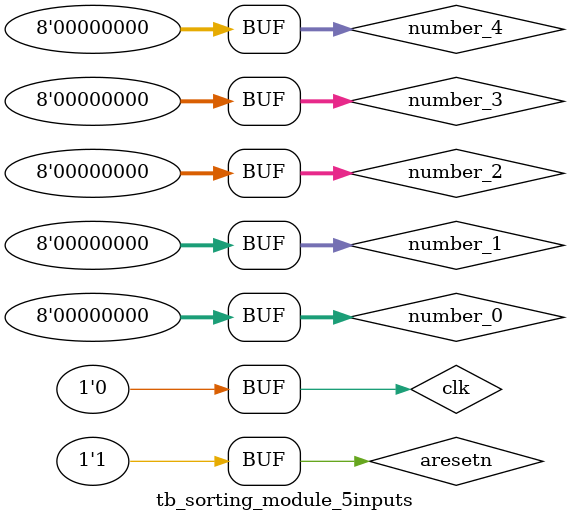
<source format=sv>
`timescale 1ns / 1ps


module tb_sorting_module_5inputs();

localparam N = 8;

logic [N-1:0] number_0;
logic [N-1:0] number_1;
logic [N-1:0] number_2;
logic [N-1:0] number_3;
logic [N-1:0] number_4;



logic [N-1:0] sorted_0;
logic [N-1:0] sorted_1;
logic [N-1:0] sorted_2;
logic [N-1:0] sorted_3;
logic [N-1:0] sorted_4;

logic         clk;
logic         aresetn;


sorting_module_5inputs #(
  .DATA_WIDTH ( N            )
) UUT (

  .i_clk      ( clk      ),
  .i_aresetn  ( aresetn  ),

  .i_num_0    ( number_0 ),
  .i_num_1    ( number_1 ),
  .i_num_2    ( number_2 ),
  .i_num_3    ( number_3 ),
  .i_num_4    ( number_4 ),

  .o_num_0    ( sorted_0 ),
  .o_num_1    ( sorted_1 ),
  .o_num_2    ( sorted_2 ),
  .o_num_3    ( sorted_3 ),
  .o_num_4    ( sorted_4 )
);	


initial
  begin

  	aresetn  = 1'b0;
    number_0 = 8'd0;  
    number_1 = 8'd0;
    number_2 = 8'd0;
    number_3 = 8'd0;
    number_4 = 8'd0;
  	#7;
  	aresetn  = 1'b1;
    #2;
    number_0 = 8'd20;  
    number_1 = 8'd10;
    number_2 = 8'd1;
    number_3 = 8'd6;
    number_4 = 8'd8;
    #10;
    number_0 = 8'd32;  
    number_1 = 8'd5;
    number_2 = 8'd40;
    number_3 = 8'd100;
    number_4 = 8'd60;
    #10;
    number_0 = 8'd14;  
    number_1 = 8'd3;
    number_2 = 8'd22;
    number_3 = 8'd26;
    number_4 = 8'd68;
    #10;
    number_0 = 8'd110;  
    number_1 = 8'd12;
    number_2 = 8'd30;
    number_3 = 8'd7;
    number_4 = 8'd11;
    #10;
    number_0 = 8'd72;  
    number_1 = 8'd48;
    number_2 = 8'd36;
    number_3 = 8'd50;
    number_4 = 8'd80;
    #10;
    number_0 = 8'd0;  
    number_1 = 8'd0;
    number_2 = 8'd0;
    number_3 = 8'd0;
    number_4 = 8'd0;

  end	

always
  begin
    clk = 1; #5; clk = 0; #5;
  end

endmodule

</source>
